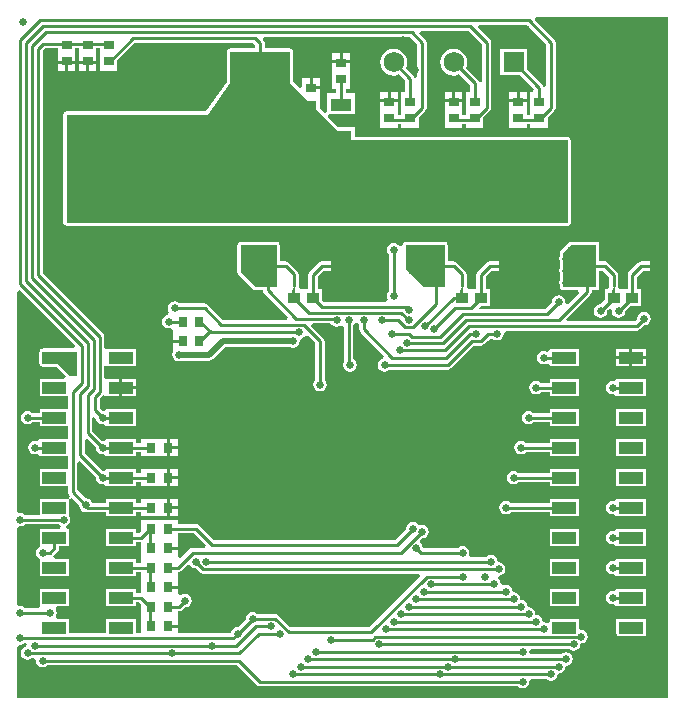
<source format=gbl>
%FSLAX25Y25*%
%MOIN*%
G70*
G01*
G75*
G04 Layer_Physical_Order=2*
G04 Layer_Color=16711680*
%ADD10R,0.02500X0.04200*%
%ADD11R,0.02362X0.05906*%
%ADD12R,0.08500X0.10799*%
%ADD13R,0.07874X0.16142*%
%ADD14R,0.06299X0.12598*%
%ADD15R,0.20472X0.19685*%
%ADD16R,0.03000X0.05000*%
%ADD17R,0.06000X0.05000*%
%ADD18R,0.10000X0.06500*%
%ADD19R,0.04000X0.01500*%
%ADD20R,0.01100X0.05800*%
%ADD21R,0.25197X0.14173*%
%ADD22R,0.03347X0.03150*%
%ADD23R,0.03150X0.03347*%
%ADD24R,0.05512X0.04331*%
%ADD25R,0.04331X0.10236*%
%ADD26R,0.10236X0.04331*%
%ADD27C,0.01000*%
%ADD28C,0.02000*%
%ADD29C,0.10000*%
%ADD30C,0.06890*%
%ADD31R,0.06890X0.06890*%
%ADD32C,0.02500*%
%ADD33R,0.01000X0.01000*%
%ADD34R,0.07874X0.03937*%
%ADD35R,0.05906X0.13780*%
%ADD36R,0.03937X0.03740*%
%ADD37R,0.01000X0.01000*%
%ADD38R,0.06890X0.04331*%
G36*
X64384Y52453D02*
X64001Y51529D01*
X60000D01*
X59415Y51413D01*
X58919Y51081D01*
X56042Y48205D01*
X55118Y48588D01*
Y48630D01*
X55118D01*
Y51000D01*
X52150D01*
Y52000D01*
X55118D01*
Y54370D01*
D01*
Y54370D01*
X55118Y54370D01*
Y55130D01*
X55118D01*
Y56471D01*
X60366D01*
X64384Y52453D01*
D02*
G37*
G36*
X218471Y1529D02*
X1529D01*
Y18611D01*
X2302Y19245D01*
X2500Y19206D01*
X3378Y19380D01*
X4122Y19878D01*
X4611Y19971D01*
D01*
X4879Y19645D01*
X4542Y18703D01*
X4122Y18620D01*
X3378Y18122D01*
X2881Y17378D01*
X2706Y16500D01*
X2881Y15622D01*
X3378Y14878D01*
X4122Y14380D01*
X5000Y14206D01*
X5878Y14380D01*
X6622Y14878D01*
X7111Y14971D01*
D01*
X7745Y14198D01*
X7706Y14000D01*
X7880Y13122D01*
X8378Y12378D01*
X9122Y11880D01*
X10000Y11706D01*
X10878Y11880D01*
X11622Y12378D01*
X11684Y12471D01*
X74866D01*
X81419Y5919D01*
X81915Y5587D01*
X82012Y5568D01*
X82500Y5471D01*
X168316D01*
X168378Y5378D01*
X169122Y4881D01*
X170000Y4706D01*
X170878Y4881D01*
X171622Y5378D01*
X172119Y6122D01*
X172294Y7000D01*
X172255Y7198D01*
X172889Y7971D01*
X177816D01*
X177878Y7878D01*
X178622Y7380D01*
X179500Y7206D01*
X180378Y7380D01*
X181122Y7878D01*
X181620Y8622D01*
X181794Y9500D01*
X182000Y9706D01*
X182878Y9881D01*
X183622Y10378D01*
X184119Y11122D01*
X184294Y12000D01*
X184500Y12206D01*
X185378Y12381D01*
X186122Y12878D01*
X186619Y13622D01*
X186794Y14500D01*
X186619Y15378D01*
X186122Y16122D01*
X185378Y16620D01*
X184500Y16794D01*
X183622Y16620D01*
X182878Y16122D01*
X182816Y16029D01*
X172889D01*
X172255Y16802D01*
X172294Y17000D01*
X172255Y17198D01*
X172889Y17971D01*
X185316D01*
X185378Y17878D01*
X186122Y17380D01*
X187000Y17206D01*
X187878Y17380D01*
X188622Y17878D01*
X189120Y18622D01*
X189294Y19500D01*
X189500Y19706D01*
X190378Y19881D01*
X191122Y20378D01*
X191620Y21122D01*
X191794Y22000D01*
X191620Y22878D01*
X191122Y23622D01*
X190378Y24119D01*
X189500Y24294D01*
X188887Y24797D01*
Y27968D01*
X179013D01*
Y26922D01*
X178131Y26450D01*
X177878Y26619D01*
X177000Y26794D01*
X176794Y27000D01*
X176620Y27878D01*
X176122Y28622D01*
X175378Y29120D01*
X174500Y29294D01*
X174294Y29500D01*
X174119Y30378D01*
X173622Y31122D01*
X172878Y31620D01*
X172000Y31794D01*
X171794Y32000D01*
X171619Y32878D01*
X171122Y33622D01*
X170378Y34119D01*
X169500Y34294D01*
X169294Y34500D01*
X169120Y35378D01*
X168622Y36122D01*
X167878Y36619D01*
X167000Y36794D01*
X166794Y37000D01*
X166620Y37878D01*
X166122Y38622D01*
X165378Y39119D01*
X164500Y39294D01*
X163622Y39119D01*
X163611Y39112D01*
X162794Y39500D01*
Y39500D01*
X162794D01*
D01*
X162619Y40378D01*
X162122Y41122D01*
X161931Y41250D01*
X162126Y42231D01*
X162878Y42380D01*
X163622Y42878D01*
X164120Y43622D01*
X164294Y44500D01*
X164120Y45378D01*
X163622Y46122D01*
X162878Y46619D01*
X162000Y46794D01*
X161794Y47000D01*
X161619Y47878D01*
X161122Y48622D01*
X160378Y49119D01*
X159500Y49294D01*
X158622Y49119D01*
X157878Y48622D01*
X157816Y48529D01*
X152790D01*
X152155Y49302D01*
X152294Y50000D01*
X152120Y50878D01*
X151622Y51622D01*
X150878Y52119D01*
X150000Y52294D01*
X149122Y52119D01*
X148378Y51622D01*
X148316Y51529D01*
X136788D01*
X136619Y52378D01*
X136122Y53122D01*
X135976Y53220D01*
X135878Y54215D01*
D01*
X136500Y54706D01*
X137378Y54881D01*
X138122Y55378D01*
X138619Y56122D01*
X138794Y57000D01*
X138619Y57878D01*
X138122Y58622D01*
X137378Y59119D01*
X136500Y59294D01*
X135622Y59119D01*
X135622Y59119D01*
X135622Y59119D01*
X135433Y59157D01*
X135122Y59622D01*
X134378Y60119D01*
X133500Y60294D01*
X132622Y60119D01*
X131878Y59622D01*
X131380Y58878D01*
X131206Y58000D01*
X131228Y57891D01*
X127366Y54029D01*
X67133D01*
X62081Y59081D01*
X61585Y59413D01*
X61000Y59529D01*
X55118D01*
Y60870D01*
X49526D01*
Y60870D01*
X49526Y60870D01*
X49181Y60870D01*
X49000D01*
X48819D01*
X48474Y60870D01*
X48474Y60870D01*
Y60870D01*
X42882D01*
Y57194D01*
X42217Y56529D01*
X40987D01*
Y57968D01*
X31113D01*
Y52031D01*
X40987D01*
Y53471D01*
X42850D01*
X42882Y53445D01*
Y48630D01*
X42882Y48630D01*
X42882Y47870D01*
X42882D01*
Y46529D01*
X40987D01*
Y47969D01*
X31113D01*
Y42031D01*
X40987D01*
Y43471D01*
X42882D01*
Y42130D01*
X42882Y42130D01*
X42882Y41370D01*
X42882D01*
Y36555D01*
X42850Y36529D01*
X40987D01*
Y37969D01*
X31113D01*
Y32032D01*
X40987D01*
Y33471D01*
X42217D01*
X42882Y32806D01*
Y29130D01*
X42882Y29130D01*
X42882Y28370D01*
X42882D01*
Y23029D01*
X40987D01*
Y27968D01*
X31113D01*
Y23029D01*
X18887D01*
Y27968D01*
X14909D01*
X14438Y28850D01*
X14619Y29122D01*
X14794Y30000D01*
X14619Y30878D01*
X14438Y31150D01*
X14909Y32032D01*
X18887D01*
Y37969D01*
X9013D01*
Y32032D01*
D01*
Y32032D01*
X8511Y31529D01*
X4184D01*
X4122Y31622D01*
X3378Y32120D01*
X2500Y32294D01*
X2302Y32255D01*
X1529Y32889D01*
Y58111D01*
X2302Y58745D01*
X2500Y58706D01*
X3378Y58881D01*
X4122Y59378D01*
X4184Y59471D01*
X15316D01*
X15378Y59378D01*
X16055Y58925D01*
X15765Y57968D01*
X9013D01*
Y52047D01*
X8378Y51622D01*
X7880Y50878D01*
X7706Y50000D01*
X7880Y49122D01*
X8378Y48378D01*
X9013Y47953D01*
Y42031D01*
X18887D01*
Y47969D01*
X14216D01*
X13581Y48919D01*
X15031Y50369D01*
X15363Y50865D01*
X15479Y51450D01*
Y52031D01*
X18887D01*
Y57968D01*
X18235D01*
X17945Y58925D01*
X18622Y59378D01*
X19119Y60122D01*
X19294Y61000D01*
X19119Y61878D01*
X18887Y62226D01*
Y67944D01*
X19811Y68326D01*
X22228Y65909D01*
X22206Y65800D01*
X22380Y64922D01*
X22878Y64178D01*
X23622Y63681D01*
X24500Y63506D01*
X24811Y63568D01*
X25300Y63471D01*
X31113D01*
Y62032D01*
X40987D01*
Y63471D01*
X42882D01*
Y62130D01*
X48474D01*
Y62130D01*
X48474Y62130D01*
X48819Y62130D01*
X49000D01*
X49181D01*
X49526Y62130D01*
X49526Y62130D01*
Y62130D01*
X51650D01*
Y65000D01*
Y67870D01*
X49526D01*
Y67870D01*
X49526Y67870D01*
X49181Y67870D01*
X49000D01*
X48819D01*
X48474Y67870D01*
X48474Y67870D01*
Y67870D01*
X42882D01*
Y66529D01*
X40987D01*
Y67968D01*
X31113D01*
Y66529D01*
X26649D01*
X26619Y66678D01*
X26122Y67422D01*
X25378Y67919D01*
X24500Y68094D01*
X24391Y68072D01*
X21529Y70934D01*
Y80001D01*
X22453Y80384D01*
X27728Y75109D01*
X27706Y75000D01*
X27880Y74122D01*
X28378Y73378D01*
X29122Y72881D01*
X30000Y72706D01*
X30340Y72774D01*
X31113Y72139D01*
Y72031D01*
X40987D01*
Y73471D01*
X42882D01*
Y72130D01*
X48474D01*
Y72130D01*
X48474Y72130D01*
X48819Y72130D01*
X49000D01*
X49181D01*
X49526Y72130D01*
X49526Y72130D01*
Y72130D01*
X51650D01*
Y75000D01*
Y77870D01*
X49526D01*
Y77870D01*
X49526Y77870D01*
X49181Y77870D01*
X49000D01*
X48819D01*
X48474Y77870D01*
X48474Y77870D01*
Y77870D01*
X42882D01*
Y76529D01*
X40987D01*
Y77969D01*
X31113D01*
Y77861D01*
X30340Y77226D01*
X30000Y77294D01*
X29891Y77272D01*
X24029Y83134D01*
Y87501D01*
X24953Y87884D01*
X27728Y85109D01*
X27706Y85000D01*
X27880Y84122D01*
X28378Y83378D01*
X29122Y82881D01*
X30000Y82706D01*
X30340Y82774D01*
X31113Y82139D01*
Y82032D01*
X40987D01*
Y83471D01*
X42882D01*
Y82130D01*
X48474D01*
Y82130D01*
X48474Y82130D01*
X48819Y82130D01*
X49000D01*
X49181D01*
X49526Y82130D01*
X49526Y82130D01*
Y82130D01*
X51650D01*
Y85000D01*
Y87870D01*
X49526D01*
Y87870D01*
X49526Y87870D01*
X49181Y87870D01*
X49000D01*
X48819D01*
X48474Y87870D01*
X48474Y87870D01*
Y87870D01*
X42882D01*
Y86529D01*
X40987D01*
Y87968D01*
X31113D01*
Y87861D01*
X30340Y87226D01*
X30000Y87294D01*
X29891Y87272D01*
X26529Y90633D01*
Y95001D01*
X26888Y95150D01*
X27770Y94678D01*
X27880Y94122D01*
X28378Y93378D01*
X29122Y92881D01*
X30000Y92706D01*
X30340Y92774D01*
X31113Y92139D01*
Y92032D01*
X40987D01*
Y97969D01*
X31113D01*
Y97861D01*
X30340Y97226D01*
X30000Y97294D01*
X29891Y97272D01*
X29029Y98133D01*
Y101366D01*
X30081Y102419D01*
X30156Y102530D01*
X31113Y102240D01*
Y102032D01*
X35550D01*
Y105000D01*
Y107968D01*
X31236D01*
Y107968D01*
X31236Y107968D01*
X31113Y107968D01*
X30529Y108552D01*
Y112031D01*
X30529D01*
X31113D01*
X31236Y112031D01*
X31236Y112031D01*
Y112031D01*
X40987D01*
Y117968D01*
X31236D01*
Y117968D01*
X31236Y117968D01*
X31113Y117968D01*
X30529Y118552D01*
Y122000D01*
X30413Y122585D01*
X30081Y123081D01*
X10029Y143133D01*
Y217367D01*
X10783Y218120D01*
X15130D01*
Y217026D01*
X15130D01*
X15130Y217026D01*
X15130Y216681D01*
Y216500D01*
Y216319D01*
X15130Y215974D01*
X15130Y215974D01*
X15130D01*
Y213850D01*
X20870D01*
Y215974D01*
X20870D01*
X20870Y215974D01*
X20870Y216319D01*
Y216500D01*
Y216681D01*
X20870Y217026D01*
X20870Y217026D01*
X20870D01*
Y218120D01*
X22130D01*
Y217026D01*
X22130D01*
X22130Y217026D01*
X22130Y216681D01*
Y216500D01*
Y216319D01*
X22130Y215974D01*
X22130Y215974D01*
X22130D01*
Y213850D01*
X27870D01*
Y215974D01*
X27870D01*
X27870Y215974D01*
X27870Y216319D01*
Y216500D01*
Y216681D01*
X27870Y217026D01*
X27870Y217026D01*
X27870D01*
Y218120D01*
X29130D01*
Y216681D01*
X29130Y216681D01*
X29130Y216319D01*
X29130D01*
Y210382D01*
X34870D01*
Y214058D01*
X40783Y219971D01*
X80266D01*
X80971Y219267D01*
Y218020D01*
X72500D01*
X72110Y217942D01*
X71779Y217721D01*
X71558Y217390D01*
X71480Y217000D01*
Y206827D01*
X64475Y197020D01*
X18000D01*
X17610Y196942D01*
X17279Y196721D01*
X17058Y196390D01*
X16980Y196000D01*
Y160000D01*
X17058Y159610D01*
X17279Y159279D01*
X17610Y159058D01*
X18000Y158980D01*
X185000D01*
X185390Y159058D01*
X185721Y159279D01*
X185942Y159610D01*
X186020Y160000D01*
Y187500D01*
X185942Y187890D01*
X185721Y188221D01*
X185390Y188442D01*
X185000Y188520D01*
X114142D01*
Y191850D01*
X108591D01*
X105216Y195226D01*
X105599Y196150D01*
X114142D01*
Y203268D01*
X111029D01*
Y204382D01*
X112370D01*
Y209974D01*
X112370D01*
X112370Y209974D01*
X112370Y210319D01*
Y210500D01*
Y210681D01*
X112370Y211026D01*
X112370Y211026D01*
X112370D01*
Y213150D01*
X106630D01*
Y211026D01*
X106630D01*
X106630Y211026D01*
X106630Y210681D01*
Y210500D01*
Y210319D01*
X106630Y209974D01*
X106630Y209974D01*
X106630D01*
Y204382D01*
X107971D01*
Y203268D01*
X104858D01*
Y196890D01*
X103934Y196508D01*
X102370Y198072D01*
Y201819D01*
D01*
Y201819D01*
X102370Y201819D01*
Y202181D01*
X102370D01*
Y204650D01*
X99500D01*
Y205150D01*
X99000D01*
Y208118D01*
X96630D01*
Y205119D01*
X95706Y204736D01*
X93520Y206922D01*
Y217000D01*
X93442Y217390D01*
X93221Y217721D01*
X92890Y217942D01*
X92500Y218020D01*
X84029D01*
Y219900D01*
X83913Y220485D01*
X83581Y220981D01*
X83516Y221047D01*
X83899Y221971D01*
X132367D01*
X134971Y219367D01*
Y208389D01*
X133975Y208291D01*
X133913Y208605D01*
X133581Y209101D01*
X131055Y211627D01*
X131350Y212340D01*
X131503Y213500D01*
X131350Y214660D01*
X130902Y215742D01*
X130190Y216670D01*
X129261Y217383D01*
X128180Y217830D01*
X127020Y217983D01*
X125859Y217830D01*
X124778Y217383D01*
X123849Y216670D01*
X123137Y215742D01*
X122689Y214660D01*
X122536Y213500D01*
X122689Y212340D01*
X123137Y211258D01*
X123849Y210330D01*
X124778Y209617D01*
X125859Y209170D01*
X127020Y209017D01*
X128180Y209170D01*
X128892Y209465D01*
X130971Y207386D01*
Y203618D01*
X129630D01*
Y197681D01*
X129630Y197681D01*
X129630Y197319D01*
X129630D01*
Y195880D01*
X128370D01*
Y196974D01*
X128370D01*
X128370Y196974D01*
X128370Y197319D01*
Y197500D01*
Y197681D01*
X128370Y198026D01*
X128370Y198026D01*
X128370D01*
Y200150D01*
X122630D01*
Y198026D01*
X122630D01*
X122630Y198026D01*
X122630Y197681D01*
Y197500D01*
Y197319D01*
X122630Y196974D01*
X122630Y196974D01*
X122630D01*
Y191382D01*
X128370D01*
Y192821D01*
X129630D01*
Y191382D01*
X135370D01*
Y195058D01*
X137581Y197269D01*
X137913Y197765D01*
X137932Y197862D01*
X138029Y198350D01*
Y220000D01*
X137913Y220585D01*
X137581Y221081D01*
X135616Y223047D01*
X135999Y223971D01*
X151866D01*
X156471Y219367D01*
Y206889D01*
X155475Y206791D01*
X155413Y207105D01*
X155081Y207601D01*
X151055Y211627D01*
X151350Y212340D01*
X151503Y213500D01*
X151350Y214660D01*
X150902Y215742D01*
X150190Y216670D01*
X149261Y217383D01*
X148180Y217830D01*
X147020Y217983D01*
X145859Y217830D01*
X144778Y217383D01*
X143849Y216670D01*
X143137Y215742D01*
X142689Y214660D01*
X142536Y213500D01*
X142689Y212340D01*
X143137Y211258D01*
X143849Y210330D01*
X144778Y209617D01*
X145859Y209170D01*
X147020Y209017D01*
X148180Y209170D01*
X148892Y209465D01*
X152471Y205886D01*
Y203618D01*
X151130D01*
Y197681D01*
X151130Y197681D01*
X151130Y197319D01*
X151130D01*
Y195880D01*
X149870D01*
Y196974D01*
X149870D01*
X149870Y196974D01*
X149870Y197319D01*
Y197500D01*
Y197681D01*
X149870Y198026D01*
X149870Y198026D01*
X149870D01*
Y200150D01*
X144130D01*
Y198026D01*
X144130D01*
X144130Y198026D01*
X144130Y197681D01*
Y197500D01*
Y197319D01*
X144130Y196974D01*
X144130Y196974D01*
X144130D01*
Y191382D01*
X149870D01*
Y192821D01*
X151130D01*
Y191382D01*
X156870D01*
Y195058D01*
X159081Y197269D01*
X159413Y197765D01*
X159432Y197862D01*
X159529Y198350D01*
Y220000D01*
X159432Y220488D01*
X159413Y220585D01*
X159081Y221081D01*
X155116Y225047D01*
X155499Y225971D01*
X171367D01*
X177971Y219367D01*
Y205389D01*
X176975Y205291D01*
X176913Y205605D01*
X176581Y206101D01*
X171464Y211218D01*
Y217945D01*
X162575D01*
Y209055D01*
X169301D01*
X173815Y204542D01*
X173432Y203618D01*
X172630D01*
Y197681D01*
X172630Y197681D01*
X172630Y197319D01*
X172630D01*
Y195880D01*
X171370D01*
Y196974D01*
X171370D01*
X171370Y196974D01*
X171370Y197319D01*
Y197500D01*
Y197681D01*
X171370Y198026D01*
X171370Y198026D01*
X171370D01*
Y200150D01*
X165630D01*
Y198026D01*
X165630D01*
X165630Y198026D01*
X165630Y197681D01*
Y197500D01*
Y197319D01*
X165630Y196974D01*
X165630Y196974D01*
X165630D01*
Y191382D01*
X171370D01*
Y192821D01*
X172630D01*
Y191382D01*
X178370D01*
Y195058D01*
X180581Y197269D01*
X180913Y197765D01*
X180932Y197862D01*
X181029Y198350D01*
Y220000D01*
X180913Y220585D01*
X180581Y221081D01*
X174116Y227547D01*
X174499Y228471D01*
X218471D01*
Y1529D01*
D02*
G37*
G36*
X92500Y206500D02*
X111500Y187500D01*
X185000D01*
Y160000D01*
X18000D01*
Y196000D01*
X65000D01*
X72500Y206500D01*
Y217000D01*
X92500D01*
Y206500D01*
D02*
G37*
G36*
X20894Y118944D02*
X20511Y118020D01*
X10000D01*
X9743Y117968D01*
X9013D01*
Y117164D01*
X8980Y117000D01*
Y113000D01*
X9013Y112836D01*
Y112031D01*
X9743D01*
X10000Y111980D01*
X14578D01*
X17666Y108892D01*
X17283Y107968D01*
X9013D01*
Y102032D01*
X18471D01*
Y97969D01*
X9013D01*
Y96529D01*
X6684D01*
X6622Y96622D01*
X5878Y97119D01*
X5000Y97294D01*
X4122Y97119D01*
X3378Y96622D01*
X2881Y95878D01*
X2706Y95000D01*
X2881Y94122D01*
X3378Y93378D01*
X4122Y92881D01*
X5000Y92706D01*
X5878Y92881D01*
X6622Y93378D01*
X6684Y93471D01*
X9013D01*
Y92032D01*
X18471D01*
Y87968D01*
X9013D01*
Y87781D01*
X8240Y87147D01*
X7500Y87294D01*
X6622Y87119D01*
X5878Y86622D01*
X5381Y85878D01*
X5206Y85000D01*
X5381Y84122D01*
X5878Y83378D01*
X6622Y82881D01*
X7500Y82706D01*
X8240Y82853D01*
X9013Y82219D01*
Y82032D01*
X18471D01*
Y77969D01*
X9013D01*
Y72031D01*
X18471D01*
Y70300D01*
X18587Y69715D01*
X18919Y69219D01*
X19245Y68892D01*
X18862Y67968D01*
X9013D01*
Y62529D01*
X4184D01*
X4122Y62622D01*
X3378Y63119D01*
X2500Y63294D01*
X2302Y63255D01*
X1529Y63889D01*
Y137001D01*
X2453Y137384D01*
X20894Y118944D01*
D02*
G37*
G36*
X21500Y109000D02*
X19000D01*
X15000Y113000D01*
X10000D01*
Y117000D01*
X21500D01*
Y109000D01*
D02*
G37*
G36*
X59080Y45824D02*
X59378Y45378D01*
X60122Y44881D01*
X61000Y44706D01*
X61109Y44728D01*
X62419Y43419D01*
X62915Y43087D01*
X63012Y43068D01*
X63500Y42971D01*
X135501D01*
X135884Y42047D01*
X118867Y25029D01*
X92633D01*
X88581Y29081D01*
X88085Y29413D01*
X87500Y29529D01*
X81684D01*
X81622Y29622D01*
X80878Y30119D01*
X80000Y30294D01*
X79122Y30119D01*
X78378Y29622D01*
X77881Y28878D01*
X77706Y28000D01*
X77728Y27891D01*
X75109Y25272D01*
X75000Y25294D01*
X74122Y25120D01*
X73378Y24622D01*
X72881Y23878D01*
X72712Y23029D01*
X55118D01*
Y25000D01*
X52150D01*
Y26000D01*
X55118D01*
Y28370D01*
D01*
Y28370D01*
X55118Y28370D01*
Y29130D01*
X55118D01*
Y30471D01*
X55500D01*
X56085Y30587D01*
X56581Y30919D01*
X57391Y31728D01*
X57500Y31706D01*
X58378Y31881D01*
X59122Y32378D01*
X59619Y33122D01*
X59794Y34000D01*
X59619Y34878D01*
X59122Y35622D01*
X58378Y36119D01*
X57500Y36294D01*
X56622Y36119D01*
X56000Y35704D01*
X55118Y36175D01*
Y38000D01*
X52150D01*
Y39000D01*
X55118D01*
Y41370D01*
D01*
Y41370D01*
X55118Y41370D01*
Y42130D01*
X55118D01*
Y43494D01*
X55585Y43587D01*
X56081Y43919D01*
X58085Y45922D01*
X59080Y45824D01*
D02*
G37*
%LPC*%
G36*
X55118Y87870D02*
X52650D01*
Y85500D01*
X55118D01*
Y87870D01*
D02*
G37*
G36*
X188887Y87968D02*
X179013D01*
Y86529D01*
X171184D01*
X171122Y86622D01*
X170378Y87119D01*
X169500Y87294D01*
X168622Y87119D01*
X167878Y86622D01*
X167380Y85878D01*
X167206Y85000D01*
X167380Y84122D01*
X167878Y83378D01*
X168622Y82881D01*
X169500Y82706D01*
X170378Y82881D01*
X171122Y83378D01*
X171184Y83471D01*
X179013D01*
Y82032D01*
X188887D01*
Y87968D01*
D02*
G37*
G36*
X55118Y84500D02*
X52650D01*
Y82130D01*
X55118D01*
Y84500D01*
D02*
G37*
G36*
X210987Y87968D02*
X201113D01*
Y82032D01*
X210987D01*
Y87968D01*
D02*
G37*
G36*
X188887Y77969D02*
X179013D01*
Y76529D01*
X168684D01*
X168622Y76622D01*
X167878Y77119D01*
X167000Y77294D01*
X166122Y77119D01*
X165378Y76622D01*
X164881Y75878D01*
X164706Y75000D01*
X164881Y74122D01*
X165378Y73378D01*
X166122Y72881D01*
X167000Y72706D01*
X167878Y72881D01*
X168622Y73378D01*
X168684Y73471D01*
X179013D01*
Y72031D01*
X188887D01*
Y77969D01*
D02*
G37*
G36*
Y97969D02*
X179013D01*
Y96529D01*
X173684D01*
X173622Y96622D01*
X172878Y97119D01*
X172000Y97294D01*
X171122Y97119D01*
X170378Y96622D01*
X169880Y95878D01*
X169706Y95000D01*
X169880Y94122D01*
X170378Y93378D01*
X171122Y92881D01*
X172000Y92706D01*
X172878Y92881D01*
X173622Y93378D01*
X173684Y93471D01*
X179013D01*
Y92032D01*
X188887D01*
Y97969D01*
D02*
G37*
G36*
X40987Y104500D02*
X36550D01*
Y102032D01*
X40987D01*
Y104500D01*
D02*
G37*
G36*
Y107968D02*
X36550D01*
Y105500D01*
X40987D01*
Y107968D01*
D02*
G37*
G36*
X210987Y97969D02*
X201113D01*
Y92032D01*
X210987D01*
Y97969D01*
D02*
G37*
G36*
Y107968D02*
X201113D01*
Y107861D01*
X200340Y107226D01*
X200000Y107294D01*
X199122Y107120D01*
X198378Y106622D01*
X197880Y105878D01*
X197706Y105000D01*
X197880Y104122D01*
X198378Y103378D01*
X199122Y102881D01*
X200000Y102706D01*
X200340Y102774D01*
X201113Y102139D01*
Y102032D01*
X210987D01*
Y107968D01*
D02*
G37*
G36*
X188887D02*
X179013D01*
Y106529D01*
X176184D01*
X176122Y106622D01*
X175378Y107120D01*
X174500Y107294D01*
X173622Y107120D01*
X172878Y106622D01*
X172380Y105878D01*
X172206Y105000D01*
X172380Y104122D01*
X172878Y103378D01*
X173622Y102881D01*
X174500Y102706D01*
X175378Y102881D01*
X176122Y103378D01*
X176184Y103471D01*
X179013D01*
Y102032D01*
X188887D01*
Y107968D01*
D02*
G37*
G36*
X55118Y77870D02*
X52650D01*
Y75500D01*
X55118D01*
Y77870D01*
D02*
G37*
G36*
X188887Y47969D02*
X179013D01*
Y42031D01*
X188887D01*
Y47969D01*
D02*
G37*
G36*
X210987D02*
X201113D01*
Y47861D01*
X200340Y47226D01*
X200000Y47294D01*
X199122Y47120D01*
X198378Y46622D01*
X197880Y45878D01*
X197706Y45000D01*
X197880Y44122D01*
X198378Y43378D01*
X199122Y42880D01*
X200000Y42706D01*
X200340Y42774D01*
X201113Y42139D01*
Y42031D01*
X210987D01*
Y47969D01*
D02*
G37*
G36*
X188887Y57968D02*
X179013D01*
Y52031D01*
X188887D01*
Y57968D01*
D02*
G37*
G36*
X210987Y27968D02*
X201113D01*
Y22031D01*
X210987D01*
Y27968D01*
D02*
G37*
G36*
X188887Y37969D02*
X179013D01*
Y32032D01*
X188887D01*
Y37969D01*
D02*
G37*
G36*
X210987D02*
X201113D01*
Y37861D01*
X200340Y37226D01*
X200000Y37294D01*
X199122Y37119D01*
X198378Y36622D01*
X197880Y35878D01*
X197706Y35000D01*
X197880Y34122D01*
X198378Y33378D01*
X199122Y32880D01*
X200000Y32706D01*
X200340Y32774D01*
X201113Y32139D01*
Y32032D01*
X210987D01*
Y37969D01*
D02*
G37*
G36*
Y57968D02*
X201113D01*
Y57861D01*
X200340Y57226D01*
X200000Y57294D01*
X199122Y57119D01*
X198378Y56622D01*
X197880Y55878D01*
X197706Y55000D01*
X197880Y54122D01*
X198378Y53378D01*
X199122Y52881D01*
X200000Y52706D01*
X200340Y52774D01*
X201113Y52139D01*
Y52031D01*
X210987D01*
Y57968D01*
D02*
G37*
G36*
Y67968D02*
X201113D01*
Y67861D01*
X200340Y67226D01*
X200000Y67294D01*
X199122Y67119D01*
X198378Y66622D01*
X197880Y65878D01*
X197706Y65000D01*
X197880Y64122D01*
X198378Y63378D01*
X199122Y62881D01*
X200000Y62706D01*
X200340Y62774D01*
X201113Y62139D01*
Y62032D01*
X210987D01*
Y67968D01*
D02*
G37*
G36*
Y77969D02*
X201113D01*
Y72031D01*
X210987D01*
Y77969D01*
D02*
G37*
G36*
X55118Y74500D02*
X52650D01*
Y72130D01*
X55118D01*
Y74500D01*
D02*
G37*
G36*
Y64500D02*
X52650D01*
Y62130D01*
X55118D01*
Y64500D01*
D02*
G37*
G36*
Y67870D02*
X52650D01*
Y65500D01*
X55118D01*
Y67870D01*
D02*
G37*
G36*
X188887Y67968D02*
X179013D01*
Y66529D01*
X166184D01*
X166122Y66622D01*
X165378Y67119D01*
X164500Y67294D01*
X163622Y67119D01*
X162878Y66622D01*
X162381Y65878D01*
X162206Y65000D01*
X162381Y64122D01*
X162878Y63378D01*
X163622Y62881D01*
X164500Y62706D01*
X165378Y62881D01*
X166122Y63378D01*
X166184Y63471D01*
X179013D01*
Y62032D01*
X188887D01*
Y67968D01*
D02*
G37*
G36*
X102370Y208118D02*
X100000D01*
Y205650D01*
X102370D01*
Y208118D01*
D02*
G37*
G36*
X171370Y203618D02*
X169000D01*
Y201150D01*
X171370D01*
Y203618D01*
D02*
G37*
G36*
X24500Y212850D02*
X22130D01*
Y210382D01*
X24500D01*
Y212850D01*
D02*
G37*
G36*
X194500Y153520D02*
X186000D01*
X185610Y153442D01*
X185279Y153221D01*
X185191Y153133D01*
X185122Y153120D01*
X184378Y152622D01*
X183880Y151878D01*
X183867Y151809D01*
X182779Y150721D01*
X182558Y150390D01*
X182480Y150000D01*
Y149027D01*
X182380Y148878D01*
X182206Y148000D01*
X182380Y147122D01*
X182480Y146973D01*
Y145027D01*
X182380Y144878D01*
X182206Y144000D01*
X182380Y143122D01*
X182480Y142973D01*
Y141027D01*
X182380Y140878D01*
X182206Y140000D01*
X182380Y139122D01*
X182480Y138973D01*
Y138500D01*
X182558Y138110D01*
X182779Y137779D01*
X183110Y137558D01*
X183500Y137480D01*
X188511D01*
X188894Y136556D01*
X185129Y132792D01*
X184247Y133263D01*
X184294Y133500D01*
X184119Y134378D01*
X183622Y135122D01*
X182878Y135619D01*
X182000Y135794D01*
X181122Y135619D01*
X180378Y135122D01*
X179880Y134378D01*
X179706Y133500D01*
X179728Y133391D01*
X177366Y131029D01*
X155648D01*
X155537Y131298D01*
X156093Y132130D01*
X159118D01*
Y137870D01*
X157679D01*
Y142016D01*
X159634Y143971D01*
X160500D01*
X160648Y144000D01*
X160801D01*
X160900Y143980D01*
X162100D01*
X162490Y144058D01*
X162821Y144279D01*
X163042Y144610D01*
X163120Y145000D01*
Y146000D01*
X163042Y146390D01*
X162821Y146721D01*
X162490Y146942D01*
X162100Y147020D01*
X160900D01*
X160801Y147000D01*
X160648D01*
X160500Y147029D01*
X159000D01*
X158512Y146932D01*
X158415Y146913D01*
X157919Y146581D01*
X155068Y143731D01*
X154737Y143235D01*
X154620Y142650D01*
Y137870D01*
X153181D01*
D01*
D01*
X153181Y137870D01*
X152819D01*
Y137870D01*
X151953D01*
X151318Y138643D01*
X151329Y138700D01*
Y142700D01*
X151213Y143285D01*
X150881Y143781D01*
X148081Y146581D01*
X147585Y146913D01*
X147000Y147029D01*
X145020D01*
Y152500D01*
X144945Y152876D01*
Y153390D01*
X144468D01*
X144390Y153442D01*
X144000Y153520D01*
X131000D01*
X130610Y153442D01*
X130279Y153221D01*
X130058Y152890D01*
X129980Y152500D01*
Y152312D01*
X129024Y152022D01*
X128622Y152622D01*
X127878Y153120D01*
X127000Y153294D01*
X126122Y153120D01*
X125378Y152622D01*
X124881Y151878D01*
X124706Y151000D01*
X124881Y150122D01*
X125378Y149378D01*
X125471Y149316D01*
Y137184D01*
X125378Y137122D01*
X124881Y136378D01*
X124706Y135500D01*
X124881Y134622D01*
X125021Y134411D01*
X124550Y133529D01*
X103783D01*
X103118Y134194D01*
Y137870D01*
X101679D01*
Y142016D01*
X103633Y143971D01*
X104500D01*
X104648Y144000D01*
X104801D01*
X104900Y143980D01*
X106100D01*
X106490Y144058D01*
X106821Y144279D01*
X107042Y144610D01*
X107120Y145000D01*
Y146000D01*
X107042Y146390D01*
X106821Y146721D01*
X106490Y146942D01*
X106100Y147020D01*
X104900D01*
X104801Y147000D01*
X104648D01*
X104500Y147029D01*
X103000D01*
X102512Y146932D01*
X102415Y146913D01*
X101919Y146581D01*
X99068Y143731D01*
X98737Y143235D01*
X98620Y142650D01*
Y137870D01*
X97181D01*
D01*
D01*
X97181Y137870D01*
X96819D01*
Y137870D01*
X95952D01*
X95318Y138643D01*
X95329Y138700D01*
Y142700D01*
X95213Y143285D01*
X94881Y143781D01*
X92081Y146581D01*
X91585Y146913D01*
X91000Y147029D01*
X89020D01*
Y152500D01*
X88945Y152876D01*
Y153390D01*
X88468D01*
X88390Y153442D01*
X88000Y153520D01*
X76000D01*
X75610Y153442D01*
X75279Y153221D01*
X75058Y152890D01*
X74980Y152500D01*
Y143500D01*
X75058Y143110D01*
X75279Y142779D01*
X80279Y137779D01*
X80610Y137558D01*
X81000Y137480D01*
X83468D01*
X83579Y136923D01*
X83911Y136426D01*
X91884Y128453D01*
X91501Y127529D01*
X70134D01*
X65081Y132581D01*
X64585Y132913D01*
X64000Y133029D01*
X55684D01*
X55622Y133122D01*
X54878Y133619D01*
X54000Y133794D01*
X53122Y133619D01*
X52378Y133122D01*
X51881Y132378D01*
X51706Y131500D01*
X51881Y130622D01*
X52178Y130177D01*
X51795Y129253D01*
X51122Y129120D01*
X50378Y128622D01*
X49880Y127878D01*
X49706Y127000D01*
X49880Y126122D01*
X50378Y125378D01*
X51122Y124881D01*
X52000Y124706D01*
X52609Y124827D01*
X53382Y124193D01*
Y124130D01*
X53382Y124130D01*
X53382Y123370D01*
X53382D01*
Y121000D01*
X56350D01*
Y120000D01*
X53382D01*
Y117630D01*
X53382D01*
X53382Y116880D01*
X53381Y116878D01*
X53206Y116000D01*
X53381Y115122D01*
X53878Y114378D01*
X54622Y113881D01*
X55500Y113706D01*
X56378Y113881D01*
X56498Y113961D01*
X65500D01*
X66280Y114116D01*
X66942Y114558D01*
X66942Y114558D01*
X66942Y114558D01*
X70845Y118461D01*
X92502D01*
X92622Y118380D01*
X93500Y118206D01*
X94378Y118380D01*
X95122Y118878D01*
X95619Y119622D01*
X95794Y120500D01*
X95786Y120542D01*
X96341Y121373D01*
X96378Y121380D01*
X97122Y121878D01*
X97420Y122324D01*
X98415Y122422D01*
X100971Y119867D01*
Y107684D01*
X100878Y107622D01*
X100381Y106878D01*
X100206Y106000D01*
X100381Y105122D01*
X100878Y104378D01*
X101622Y103881D01*
X102500Y103706D01*
X103378Y103881D01*
X104122Y104378D01*
X104620Y105122D01*
X104794Y106000D01*
X104620Y106878D01*
X104122Y107622D01*
X104029Y107684D01*
Y120500D01*
X103932Y120988D01*
X103913Y121085D01*
X103581Y121581D01*
X99616Y125547D01*
X99999Y126471D01*
X105982D01*
X106378Y125878D01*
X107122Y125381D01*
X108000Y125206D01*
X108878Y125381D01*
X109589Y125856D01*
X109923Y125677D01*
X110471Y125311D01*
Y113513D01*
X110380Y113378D01*
X110206Y112500D01*
X110380Y111622D01*
X110878Y110878D01*
X111622Y110380D01*
X112500Y110206D01*
X113378Y110380D01*
X114122Y110878D01*
X114620Y111622D01*
X114794Y112500D01*
X114620Y113378D01*
X114122Y114122D01*
X113529Y114518D01*
Y125816D01*
X113622Y125878D01*
X114059Y126532D01*
X115059D01*
X115497Y125878D01*
X115590Y125816D01*
Y124381D01*
X115590Y124381D01*
X115590D01*
X115706Y123796D01*
X116038Y123300D01*
X123703Y115634D01*
X123413Y114677D01*
X123122Y114620D01*
X122378Y114122D01*
X121880Y113378D01*
X121706Y112500D01*
X121880Y111622D01*
X122378Y110878D01*
X123122Y110380D01*
X124000Y110206D01*
X124878Y110380D01*
X125622Y110878D01*
X125684Y110971D01*
X145000D01*
X145585Y111087D01*
X146081Y111419D01*
X146081Y111419D01*
X146081Y111419D01*
X153633Y118971D01*
X156000D01*
X156585Y119087D01*
X157081Y119419D01*
X157355Y119692D01*
X159878Y121378D01*
X160622Y120880D01*
X161500Y120706D01*
X162378Y120880D01*
X163122Y121378D01*
X163619Y122122D01*
X163794Y123000D01*
X163755Y123198D01*
X164389Y123971D01*
X208000D01*
X208585Y124087D01*
X209081Y124419D01*
X209081Y124419D01*
X209081Y124419D01*
X210391Y125728D01*
X210500Y125706D01*
X211378Y125881D01*
X212122Y126378D01*
X212619Y127122D01*
X212794Y128000D01*
X212619Y128878D01*
X212122Y129622D01*
X211378Y130120D01*
X210500Y130294D01*
X209622Y130120D01*
X208878Y129622D01*
X208381Y128878D01*
X208206Y128000D01*
X208228Y127891D01*
X207366Y127029D01*
X184999D01*
X184616Y127953D01*
X192574Y135911D01*
X192905Y136407D01*
X192924Y136504D01*
X193022Y136992D01*
Y137480D01*
X194500D01*
X194890Y137558D01*
X194968Y137610D01*
X195445D01*
Y138124D01*
X195520Y138500D01*
Y143971D01*
X196867D01*
X198871Y141966D01*
Y138700D01*
X198882Y138643D01*
X198248Y137870D01*
X197382D01*
Y134194D01*
X195977Y132790D01*
X195122Y132620D01*
X194378Y132122D01*
X193880Y131378D01*
X193706Y130500D01*
X193880Y129622D01*
X194378Y128878D01*
X195122Y128381D01*
X196000Y128206D01*
X196878Y128381D01*
X197622Y128878D01*
X198119Y129622D01*
X198294Y130500D01*
X198250Y130722D01*
X199053Y131317D01*
X199790Y130924D01*
X199706Y130500D01*
X199881Y129622D01*
X200378Y128878D01*
X201122Y128381D01*
X202000Y128206D01*
X202878Y128381D01*
X203622Y128878D01*
X204119Y129622D01*
X204290Y130477D01*
X205942Y132130D01*
X209618D01*
Y137870D01*
X208179D01*
Y142016D01*
X210134Y143971D01*
X211000D01*
X211148Y144000D01*
X211301D01*
X211400Y143980D01*
X212600D01*
X212990Y144058D01*
X213321Y144279D01*
X213542Y144610D01*
X213620Y145000D01*
Y146000D01*
X213542Y146390D01*
X213321Y146721D01*
X212990Y146942D01*
X212600Y147020D01*
X211400D01*
X211301Y147000D01*
X211148D01*
X211000Y147029D01*
X209500D01*
X209012Y146932D01*
X208915Y146913D01*
X208419Y146581D01*
X205568Y143731D01*
X205237Y143235D01*
X205120Y142650D01*
Y137870D01*
X203681D01*
D01*
D01*
X203681Y137870D01*
X203319D01*
Y137870D01*
X202553D01*
X201918Y138643D01*
X201929Y138700D01*
Y142600D01*
X201813Y143185D01*
X201481Y143681D01*
X198581Y146581D01*
X198085Y146913D01*
X197500Y147029D01*
X195520D01*
Y152500D01*
X195445Y152876D01*
Y153390D01*
X194968D01*
X194890Y153442D01*
X194500Y153520D01*
D02*
G37*
G36*
X168000Y203618D02*
X165630D01*
Y201150D01*
X168000D01*
Y203618D01*
D02*
G37*
G36*
X146500D02*
X144130D01*
Y201150D01*
X146500D01*
Y203618D01*
D02*
G37*
G36*
X149870D02*
X147500D01*
Y201150D01*
X149870D01*
Y203618D01*
D02*
G37*
G36*
X125000D02*
X122630D01*
Y201150D01*
X125000D01*
Y203618D01*
D02*
G37*
G36*
X128370D02*
X126000D01*
Y201150D01*
X128370D01*
Y203618D01*
D02*
G37*
G36*
X27870Y212850D02*
X25500D01*
Y210382D01*
X27870D01*
Y212850D01*
D02*
G37*
G36*
X205550Y117968D02*
X201113D01*
Y115500D01*
X205550D01*
Y117968D01*
D02*
G37*
G36*
X210987D02*
X206550D01*
Y115500D01*
X210987D01*
Y117968D01*
D02*
G37*
G36*
X205550Y114500D02*
X201113D01*
Y112031D01*
X205550D01*
Y114500D01*
D02*
G37*
G36*
X210987D02*
X206550D01*
Y112031D01*
X210987D01*
Y114500D01*
D02*
G37*
G36*
X188887Y117968D02*
X179013D01*
Y117422D01*
X178131Y116950D01*
X177878Y117120D01*
X177000Y117294D01*
X176122Y117120D01*
X175378Y116622D01*
X174881Y115878D01*
X174706Y115000D01*
X174881Y114122D01*
X175378Y113378D01*
X176122Y112881D01*
X177000Y112706D01*
X177878Y112881D01*
X178131Y113050D01*
X179013Y112578D01*
Y112031D01*
X188887D01*
Y117968D01*
D02*
G37*
G36*
X20870Y212850D02*
X18500D01*
Y210382D01*
X20870D01*
Y212850D01*
D02*
G37*
G36*
X17500D02*
X15130D01*
Y210382D01*
X17500D01*
Y212850D01*
D02*
G37*
G36*
X112370Y216618D02*
X110000D01*
Y214150D01*
X112370D01*
Y216618D01*
D02*
G37*
G36*
X109000D02*
X106630D01*
Y214150D01*
X109000D01*
Y216618D01*
D02*
G37*
%LPD*%
G36*
X200900Y136400D02*
X199900D01*
Y137600D01*
X200900D01*
Y136400D01*
D02*
G37*
G36*
X88000Y138500D02*
X81000D01*
X76000Y143500D01*
Y152500D01*
X88000D01*
Y138500D01*
D02*
G37*
G36*
X94300Y136400D02*
X93300D01*
Y137600D01*
X94300D01*
Y136400D01*
D02*
G37*
G36*
X150300D02*
X149300D01*
Y137600D01*
X150300D01*
Y136400D01*
D02*
G37*
G36*
X144000Y138500D02*
X137000D01*
X131000Y144500D01*
Y152500D01*
X144000D01*
Y138500D01*
D02*
G37*
G36*
X162100Y145000D02*
X160900D01*
Y146000D01*
X162100D01*
Y145000D01*
D02*
G37*
G36*
X212600D02*
X211400D01*
Y146000D01*
X212600D01*
Y145000D01*
D02*
G37*
G36*
X194500Y138500D02*
X183500D01*
Y150000D01*
X186000Y152500D01*
X194500D01*
Y138500D01*
D02*
G37*
G36*
X106100Y145000D02*
X104900D01*
Y146000D01*
X106100D01*
Y145000D01*
D02*
G37*
D22*
X99500Y199244D02*
D03*
Y204756D02*
D03*
X18000Y219256D02*
D03*
Y213744D02*
D03*
X109500Y207744D02*
D03*
Y213256D02*
D03*
X32000Y219256D02*
D03*
Y213744D02*
D03*
X25000Y213744D02*
D03*
Y219256D02*
D03*
X132500Y200256D02*
D03*
Y194744D02*
D03*
X125500Y200256D02*
D03*
Y194744D02*
D03*
X154000Y200256D02*
D03*
Y194744D02*
D03*
X147000Y200256D02*
D03*
Y194744D02*
D03*
X175500Y200256D02*
D03*
Y194744D02*
D03*
X168500Y200256D02*
D03*
Y194744D02*
D03*
D23*
X62256Y120500D02*
D03*
X56744D02*
D03*
X62256Y127000D02*
D03*
X56744D02*
D03*
X46244Y25500D02*
D03*
X51756D02*
D03*
X46244Y38500D02*
D03*
X51756D02*
D03*
X46244Y51500D02*
D03*
X51756D02*
D03*
X46244Y58000D02*
D03*
X51756D02*
D03*
X46244Y45000D02*
D03*
X51756D02*
D03*
X46244Y32000D02*
D03*
X51756D02*
D03*
X46244Y85000D02*
D03*
X51756D02*
D03*
X46244Y75000D02*
D03*
X51756D02*
D03*
X46244Y65000D02*
D03*
X51756D02*
D03*
D27*
X36050D02*
X45850D01*
X36050Y75000D02*
X45850D01*
X36050Y85000D02*
X45850D01*
X2500Y61000D02*
X17000D01*
X30000Y95000D02*
X36050D01*
X27500Y97500D02*
X30000Y95000D01*
X27500Y97500D02*
Y102000D01*
X30000Y85000D02*
X36050D01*
X25000Y90000D02*
X30000Y85000D01*
X25000Y90000D02*
Y102500D01*
X29000Y103500D02*
Y122000D01*
X27500Y102000D02*
X29000Y103500D01*
X27000Y104500D02*
Y121000D01*
X25000Y102500D02*
X27000Y104500D01*
X20000Y103500D02*
X23000Y106500D01*
X20000Y70300D02*
Y103500D01*
Y70300D02*
X25300Y65000D01*
X22500Y82500D02*
Y103000D01*
X25000Y105500D01*
Y120000D01*
X22500Y82500D02*
X30000Y75000D01*
X36050D01*
X23000Y106500D02*
Y119000D01*
X25300Y65000D02*
X36050D01*
X2500Y139500D02*
X23000Y119000D01*
X82500Y7000D02*
X170000D01*
X75500Y14000D02*
X82500Y7000D01*
X10000Y14000D02*
X75500D01*
X18000Y219650D02*
X32000D01*
X142500Y122000D02*
X150000Y129500D01*
X133000Y122000D02*
X142500D01*
X143500Y120000D02*
X151000Y127500D01*
X131500Y120000D02*
X143500D01*
X152000Y125500D02*
X208000D01*
X144000Y117500D02*
X152000Y125500D01*
X129000Y117500D02*
X144000D01*
X152500Y123000D02*
X154500D01*
X144500Y115000D02*
X152500Y123000D01*
X126500Y115000D02*
X144500D01*
X153000Y120500D02*
X156000D01*
X145000Y112500D02*
X153000Y120500D01*
X124000Y112500D02*
X145000D01*
X32000Y213350D02*
X40150Y221500D01*
X80900D01*
X82500Y219900D01*
Y213500D02*
Y219900D01*
X168500Y194350D02*
X175500D01*
X168500Y194350D02*
X168500Y194350D01*
X147000D02*
X154000D01*
X147000Y194350D02*
X147000Y194350D01*
X125500D02*
X132500D01*
X125500Y194350D02*
X125500Y194350D01*
X172000Y227500D02*
X179500Y220000D01*
Y198350D02*
Y220000D01*
X175500Y194350D02*
X179500Y198350D01*
X152500Y225500D02*
X158000Y220000D01*
Y198350D02*
Y220000D01*
X154000Y194350D02*
X158000Y198350D01*
X133000Y223500D02*
X136500Y220000D01*
Y198350D02*
Y220000D01*
X132500Y194350D02*
X136500Y198350D01*
X175500Y200650D02*
Y205019D01*
X167019Y213500D02*
X175500Y205019D01*
X154000Y200650D02*
Y206520D01*
X147020Y213500D02*
X154000Y206520D01*
X132500Y200650D02*
Y208019D01*
X127020Y213500D02*
X132500Y208019D01*
X139500Y39500D02*
X160500D01*
X98500Y14500D02*
X147500D01*
X96000Y12000D02*
X145000D01*
X182000D01*
X93500Y9500D02*
X142500D01*
X147500Y14500D02*
X184500D01*
X142500Y9500D02*
X179500D01*
X101000Y17000D02*
X170000D01*
X200000Y45000D02*
X206050D01*
X200000Y55000D02*
X206050D01*
X200000Y65000D02*
X206050D01*
X200000Y105000D02*
X206050D01*
X177000Y115000D02*
X183950D01*
X174500Y105000D02*
X183950D01*
X124500Y24500D02*
X177000D01*
X137000Y37000D02*
X164500D01*
X134500Y34500D02*
X167000D01*
X132000Y32000D02*
X169500D01*
X127000Y27000D02*
X174500D01*
X66150Y123500D02*
X95500D01*
X98850Y130000D02*
X129500D01*
X97000Y126000D02*
X102500Y120500D01*
Y106000D02*
Y120500D01*
X107500Y128000D02*
X108000Y127500D01*
X129500Y130000D02*
X132000Y127500D01*
X117119Y124381D02*
Y127500D01*
X123000D02*
X128500D01*
X112000Y113000D02*
Y127500D01*
Y113000D02*
X112500Y112500D01*
X117119Y124381D02*
X126500Y115000D01*
X130850Y125150D02*
X133350D01*
X128500Y127500D02*
X130850Y125150D01*
X131000Y132000D02*
X132000Y131000D01*
X103150Y132000D02*
X131000D01*
X127000Y135500D02*
Y151000D01*
X158500Y123000D02*
X161500D01*
X156000Y120500D02*
X158500Y123000D01*
X208000Y125500D02*
X210500Y128000D01*
X132000Y123000D02*
X133000Y122000D01*
X126500Y123000D02*
X132000D01*
X109500Y199709D02*
Y207350D01*
X5000Y95000D02*
X13950D01*
X10000Y50000D02*
X12500D01*
X13950Y51450D01*
Y55000D01*
X64500Y47000D02*
X159500D01*
X9000Y227500D02*
X172000D01*
X2500Y221000D02*
X9000Y227500D01*
X10000Y225500D02*
X152500D01*
X4500Y220000D02*
X10000Y225500D01*
X6500Y219000D02*
X11000Y223500D01*
X133000D01*
X10150Y219650D02*
X18000D01*
X8500Y218000D02*
X10150Y219650D01*
X2500Y139500D02*
Y221000D01*
X4500Y140500D02*
Y220000D01*
Y140500D02*
X25000Y120000D01*
X6500Y141500D02*
Y219000D01*
Y141500D02*
X27000Y121000D01*
X8500Y142500D02*
Y218000D01*
Y142500D02*
X29000Y122000D01*
X62650Y127000D02*
X66150Y123500D01*
X65650D02*
X66150D01*
X62650Y120500D02*
X65650Y123500D01*
X52000Y127000D02*
X56350D01*
X54000Y131500D02*
X64000D01*
X69500Y126000D01*
X97000D01*
X172000Y95000D02*
X183950D01*
X169500Y85000D02*
X183950D01*
X167000Y75000D02*
X183950D01*
X164500Y65000D02*
X183950D01*
X63500Y44500D02*
X162000D01*
X138000Y42000D02*
X150000D01*
X129500Y29500D02*
X172000D01*
X106000Y21000D02*
X120000D01*
X200000Y35000D02*
X206050D01*
X120931Y21932D02*
X189500D01*
X120000Y21000D02*
X120931Y21932D01*
X122000Y19500D02*
X187000D01*
X61000Y47000D02*
X63500Y44500D01*
X45850Y25500D02*
Y32000D01*
Y38500D02*
Y45000D01*
Y51500D02*
Y58000D01*
X42850Y35000D02*
X45850Y32000D01*
X36050Y35000D02*
X42850D01*
X36050Y45000D02*
X45850D01*
X42850Y55000D02*
X45850Y58000D01*
X36050Y55000D02*
X42850D01*
X134500Y51500D02*
X136000Y50000D01*
X150000D01*
X129500D02*
X136500Y57000D01*
X60000Y50000D02*
X129500D01*
X55000Y45000D02*
X60000Y50000D01*
X52150Y45000D02*
X55000D01*
X128000Y52500D02*
X133500Y58000D01*
X52150D02*
X61000D01*
X66500Y52500D01*
X128000D01*
X7500Y85000D02*
X13950D01*
X119500Y23500D02*
X138000Y42000D01*
X92000Y23500D02*
X119500D01*
X2500Y21500D02*
X73500D01*
X74500Y19000D02*
X81000Y25500D01*
X86000D01*
X75500Y16500D02*
X82000Y23000D01*
X89000D01*
X87500Y28000D02*
X92000Y23500D01*
X80000Y28000D02*
X87500D01*
X84992Y145500D02*
X91000D01*
X93800Y142700D01*
Y138700D02*
Y142700D01*
X100150Y135000D02*
X103150Y132000D01*
X93850Y135000D02*
X98850Y130000D01*
X140992Y145500D02*
X147000D01*
X149800Y142700D01*
Y138700D02*
Y142700D01*
X84992Y137508D02*
Y145500D01*
Y137508D02*
X94500Y128000D01*
X107500D01*
X137500Y125500D02*
X147000Y135000D01*
X149850D01*
X152799Y131650D02*
X156150Y135000D01*
X140500Y124500D02*
X147650Y131650D01*
X152799D01*
X133350Y125150D02*
X140992Y132792D01*
Y145500D01*
X150000Y129500D02*
X178000D01*
X182000Y133500D01*
X191492Y145500D02*
X197500D01*
X200400Y142600D01*
Y138700D02*
Y142600D01*
X196000Y130650D02*
X200350Y135000D01*
X196000Y130500D02*
Y130650D01*
X202150Y130500D02*
X206650Y135000D01*
X202000Y130500D02*
X202150D01*
X151000Y127500D02*
X182000D01*
X191492Y136992D01*
Y145500D01*
X52150Y32000D02*
X55500D01*
X57500Y34000D01*
X209500Y145500D02*
X211000D01*
X206650Y142650D02*
X209500Y145500D01*
X206650Y135000D02*
Y142650D01*
X159000Y145500D02*
X160500D01*
X156150Y142650D02*
X159000Y145500D01*
X156150Y135000D02*
Y142650D01*
X103000Y145500D02*
X104500D01*
X100150Y142650D02*
X103000Y145500D01*
X100150Y135000D02*
Y142650D01*
X53000Y16500D02*
X75500D01*
X66500Y19000D02*
X74500D01*
X75000Y23000D02*
X80000Y28000D01*
X73500Y21500D02*
X75000Y23000D01*
X7500Y19000D02*
X66500D01*
X5000Y16500D02*
X53000D01*
X2500Y30000D02*
X12500D01*
D28*
X55500Y116000D02*
X65500D01*
X70000Y120500D01*
X93500D01*
D30*
X62500Y213500D02*
D03*
X147020D02*
D03*
X127020D02*
D03*
D31*
X82500D02*
D03*
X167019D02*
D03*
D32*
X49500Y69500D02*
D03*
X2500Y61000D02*
D03*
X17000D02*
D03*
X30000Y95000D02*
D03*
Y75000D02*
D03*
Y85000D02*
D03*
X24500Y65800D02*
D03*
X210000Y12500D02*
D03*
X200000Y22500D02*
D03*
X190000Y12500D02*
D03*
X155000Y3500D02*
D03*
X151500Y113500D02*
D03*
X4000Y128500D02*
D03*
Y111000D02*
D03*
X210000Y224500D02*
D03*
X216500Y205000D02*
D03*
X210000Y195000D02*
D03*
X216500Y180500D02*
D03*
Y165000D02*
D03*
X210000Y60000D02*
D03*
Y40000D02*
D03*
X200000Y12500D02*
D03*
X210000Y3500D02*
D03*
X200000Y224500D02*
D03*
X206000Y205000D02*
D03*
X195000Y80000D02*
D03*
X200000Y35000D02*
D03*
Y3500D02*
D03*
X190000Y224500D02*
D03*
X192500Y205000D02*
D03*
X195000Y117500D02*
D03*
Y105000D02*
D03*
Y92500D02*
D03*
Y67500D02*
D03*
X190000Y3500D02*
D03*
X180000D02*
D03*
X168500D02*
D03*
X167500Y105000D02*
D03*
X160000Y95000D02*
D03*
Y75000D02*
D03*
X150000Y95000D02*
D03*
X155000Y85000D02*
D03*
X150000Y75000D02*
D03*
X155000Y65000D02*
D03*
X150000Y56500D02*
D03*
X142500Y3500D02*
D03*
X145000Y85000D02*
D03*
X140000Y75000D02*
D03*
X145000Y65000D02*
D03*
X130000Y3500D02*
D03*
X120000D02*
D03*
X110000D02*
D03*
X98500D02*
D03*
X85500D02*
D03*
X80500Y112000D02*
D03*
X85000Y75000D02*
D03*
X70000Y215000D02*
D03*
X74500Y99500D02*
D03*
X80000Y85000D02*
D03*
X70000Y3500D02*
D03*
X62500Y204500D02*
D03*
X65000Y105000D02*
D03*
X60000Y95000D02*
D03*
X70000Y85000D02*
D03*
X58500Y3500D02*
D03*
X50500Y215000D02*
D03*
Y204500D02*
D03*
X55000Y105000D02*
D03*
X48500Y79500D02*
D03*
X40000Y215000D02*
D03*
Y204500D02*
D03*
Y155000D02*
D03*
X45000Y145000D02*
D03*
X38500Y135000D02*
D03*
X28500Y204500D02*
D03*
X30000Y155000D02*
D03*
X35000Y145000D02*
D03*
X30000Y135000D02*
D03*
X35000Y128000D02*
D03*
X31500Y3500D02*
D03*
X21500Y204500D02*
D03*
X20000Y155000D02*
D03*
X25000Y145000D02*
D03*
X13000Y213500D02*
D03*
Y204500D02*
D03*
Y195000D02*
D03*
Y185000D02*
D03*
Y175000D02*
D03*
Y165000D02*
D03*
Y155000D02*
D03*
Y145000D02*
D03*
X5000Y3500D02*
D03*
X161000Y206500D02*
D03*
X176500Y217000D02*
D03*
X171000Y224500D02*
D03*
X159500D02*
D03*
X155000Y211000D02*
D03*
X152500Y221000D02*
D03*
X140000D02*
D03*
X134000Y211000D02*
D03*
X130000Y221000D02*
D03*
X117500Y220000D02*
D03*
X109500Y135500D02*
D03*
X165500Y133000D02*
D03*
X190500Y157000D02*
D03*
X188500Y165000D02*
D03*
Y174500D02*
D03*
X158000Y157000D02*
D03*
X47500Y135000D02*
D03*
X70000Y134500D02*
D03*
X53500Y136000D02*
D03*
X72000Y146000D02*
D03*
Y152000D02*
D03*
X102000Y156500D02*
D03*
X55500Y116000D02*
D03*
X93500Y120500D02*
D03*
X160500Y39500D02*
D03*
X139500D02*
D03*
X142500Y9500D02*
D03*
X147500Y14500D02*
D03*
X145000Y12000D02*
D03*
X170000Y17000D02*
D03*
X95500Y123500D02*
D03*
X200000Y45000D02*
D03*
X187000Y19500D02*
D03*
X122000D02*
D03*
X42500Y162500D02*
D03*
X35000D02*
D03*
X42500Y170000D02*
D03*
X35000D02*
D03*
X42500Y177500D02*
D03*
X35000D02*
D03*
X42500Y185000D02*
D03*
X35000D02*
D03*
X42500Y192500D02*
D03*
X35000D02*
D03*
X172500Y143000D02*
D03*
X175000Y141000D02*
D03*
X177500Y143000D02*
D03*
X170000Y141000D02*
D03*
X54000Y131500D02*
D03*
X102500Y106000D02*
D03*
X117119Y127500D02*
D03*
X112500Y112500D02*
D03*
X124000D02*
D03*
X112000Y127500D02*
D03*
X114000Y141000D02*
D03*
X121500Y143000D02*
D03*
X119000Y141000D02*
D03*
X124000D02*
D03*
X116500Y143000D02*
D03*
X56500D02*
D03*
X64000Y141000D02*
D03*
X59000D02*
D03*
X61500Y143000D02*
D03*
X132000Y131000D02*
D03*
X98500Y14500D02*
D03*
X96000Y12000D02*
D03*
X177000Y115000D02*
D03*
X174500Y105000D02*
D03*
X172000Y95000D02*
D03*
X177000Y24500D02*
D03*
X174500Y27000D02*
D03*
X172000Y29500D02*
D03*
X169500Y32000D02*
D03*
X167000Y34500D02*
D03*
X169500Y85000D02*
D03*
X167000Y75000D02*
D03*
X164500Y37000D02*
D03*
Y65000D02*
D03*
X127000Y27000D02*
D03*
X124500Y24500D02*
D03*
X137000Y37000D02*
D03*
X134500Y34500D02*
D03*
X132000Y32000D02*
D03*
X129500Y29500D02*
D03*
X93500Y9500D02*
D03*
X101000Y17000D02*
D03*
X127000Y151000D02*
D03*
X154500Y123000D02*
D03*
X140500Y124500D02*
D03*
X161500Y123000D02*
D03*
X182000Y133500D02*
D03*
X210500Y128000D02*
D03*
X129000Y117500D02*
D03*
X131500Y120000D02*
D03*
X187000Y146000D02*
D03*
Y142000D02*
D03*
X186000Y151000D02*
D03*
X184500Y148000D02*
D03*
Y144000D02*
D03*
Y140000D02*
D03*
X136000Y150000D02*
D03*
Y146000D02*
D03*
X132500Y151000D02*
D03*
Y147500D02*
D03*
X133000Y144000D02*
D03*
X136000Y142000D02*
D03*
X80500Y149500D02*
D03*
Y146000D02*
D03*
X77500Y151000D02*
D03*
Y147500D02*
D03*
X78000Y144000D02*
D03*
X80500Y142000D02*
D03*
X132501Y79998D02*
D03*
Y75498D02*
D03*
Y84498D02*
D03*
X92501Y79998D02*
D03*
Y75498D02*
D03*
Y84498D02*
D03*
X97501Y79998D02*
D03*
Y75498D02*
D03*
Y84498D02*
D03*
X102501Y79998D02*
D03*
Y75498D02*
D03*
Y84498D02*
D03*
X107501Y79998D02*
D03*
Y75498D02*
D03*
Y84498D02*
D03*
X122501Y79998D02*
D03*
Y75498D02*
D03*
Y84498D02*
D03*
X117501Y79998D02*
D03*
Y75498D02*
D03*
Y84498D02*
D03*
X112500Y80000D02*
D03*
Y75500D02*
D03*
Y84500D02*
D03*
X127501Y84498D02*
D03*
Y75498D02*
D03*
Y79998D02*
D03*
X108000Y127500D02*
D03*
X53500Y174500D02*
D03*
X58000D02*
D03*
X62500D02*
D03*
X67000D02*
D03*
X71500D02*
D03*
Y162000D02*
D03*
X67000D02*
D03*
X62500D02*
D03*
X58000D02*
D03*
X53500D02*
D03*
X71500Y170500D02*
D03*
X67000D02*
D03*
X62500D02*
D03*
X58000D02*
D03*
X53500D02*
D03*
X71421Y166315D02*
D03*
X66921D02*
D03*
X62421D02*
D03*
X57921D02*
D03*
X53421D02*
D03*
X109421D02*
D03*
X113921D02*
D03*
X118421D02*
D03*
X122921D02*
D03*
X127421D02*
D03*
X109500Y170500D02*
D03*
X114000D02*
D03*
X118500D02*
D03*
X123000D02*
D03*
X127500D02*
D03*
X109500Y162000D02*
D03*
X114000D02*
D03*
X118500D02*
D03*
X123000D02*
D03*
X127500D02*
D03*
Y174500D02*
D03*
X123000D02*
D03*
X118500D02*
D03*
X114000D02*
D03*
X109500D02*
D03*
X165421Y166315D02*
D03*
X169921D02*
D03*
X174421D02*
D03*
X178921D02*
D03*
X183421D02*
D03*
X165500Y170500D02*
D03*
X170000D02*
D03*
X174500D02*
D03*
X179000D02*
D03*
X183500D02*
D03*
X165500Y162000D02*
D03*
X170000D02*
D03*
X174500D02*
D03*
X179000D02*
D03*
X183500D02*
D03*
Y174500D02*
D03*
X179000D02*
D03*
X174500D02*
D03*
X170000D02*
D03*
X165500D02*
D03*
X127000Y135500D02*
D03*
X132000Y127500D02*
D03*
X137500Y125500D02*
D03*
X126500Y123000D02*
D03*
X184500Y14500D02*
D03*
X182000Y12000D02*
D03*
X179500Y9500D02*
D03*
X200000Y105000D02*
D03*
Y65000D02*
D03*
Y55000D02*
D03*
X123000Y127500D02*
D03*
X134500Y51500D02*
D03*
X136500Y57000D02*
D03*
X133500Y58000D02*
D03*
X159500Y47000D02*
D03*
X202000Y130500D02*
D03*
X196000D02*
D03*
X64500Y47000D02*
D03*
X61000D02*
D03*
X106000Y21000D02*
D03*
X80000Y28000D02*
D03*
X150000Y42000D02*
D03*
Y50000D02*
D03*
X2500Y21500D02*
D03*
X5000Y95000D02*
D03*
Y16500D02*
D03*
X20000Y114500D02*
D03*
Y110500D02*
D03*
X170000Y7000D02*
D03*
X10000Y14000D02*
D03*
Y50000D02*
D03*
X162000Y44500D02*
D03*
X3500Y227000D02*
D03*
X52000Y127000D02*
D03*
X114500Y26500D02*
D03*
X195000Y55000D02*
D03*
Y45000D02*
D03*
X189500Y22000D02*
D03*
X195000Y35000D02*
D03*
X210000Y80000D02*
D03*
X157500Y42000D02*
D03*
X61500Y53500D02*
D03*
X7500Y85000D02*
D03*
Y19000D02*
D03*
X86000Y25500D02*
D03*
X89000Y23000D02*
D03*
X92500Y32500D02*
D03*
Y27500D02*
D03*
X17500Y30000D02*
D03*
X32500D02*
D03*
X12500Y40000D02*
D03*
X29000Y60000D02*
D03*
X11000Y70000D02*
D03*
X30500Y70500D02*
D03*
Y80000D02*
D03*
Y90000D02*
D03*
Y100000D02*
D03*
X8500Y90000D02*
D03*
Y100000D02*
D03*
X40000D02*
D03*
Y110000D02*
D03*
X47500Y115000D02*
D03*
X63500Y69000D02*
D03*
X167500Y92500D02*
D03*
X210000Y100000D02*
D03*
Y120000D02*
D03*
X180000D02*
D03*
X75000Y130000D02*
D03*
X206000Y150000D02*
D03*
X216500Y155000D02*
D03*
X185000Y135500D02*
D03*
X57500Y34000D02*
D03*
X53000Y16500D02*
D03*
X66500Y19000D02*
D03*
X75000Y23000D02*
D03*
X88500Y129500D02*
D03*
X2500Y30000D02*
D03*
X12500D02*
D03*
D33*
X106500Y145500D02*
D03*
X104500D02*
D03*
X213000D02*
D03*
X211000D02*
D03*
X162500D02*
D03*
X160500D02*
D03*
D34*
X13950Y25000D02*
D03*
X36050D02*
D03*
X13950Y35000D02*
D03*
X36050D02*
D03*
X13950Y45000D02*
D03*
X36050D02*
D03*
X13950Y55000D02*
D03*
X36050D02*
D03*
X13950Y65000D02*
D03*
X36050D02*
D03*
X13950Y75000D02*
D03*
X36050D02*
D03*
X13950Y85000D02*
D03*
X36050D02*
D03*
X13950Y95000D02*
D03*
X36050D02*
D03*
X13950Y105000D02*
D03*
X36050D02*
D03*
X13950Y115000D02*
D03*
X36050D02*
D03*
X183950Y25000D02*
D03*
X206050D02*
D03*
X183950Y35000D02*
D03*
X206050D02*
D03*
X183950Y45000D02*
D03*
X206050D02*
D03*
X183950Y55000D02*
D03*
X206050D02*
D03*
X183950Y65000D02*
D03*
X206050D02*
D03*
X183950Y75000D02*
D03*
X206050D02*
D03*
X183950Y85000D02*
D03*
X206050D02*
D03*
X183950Y95000D02*
D03*
X206050D02*
D03*
X183950Y105000D02*
D03*
X206050D02*
D03*
X183950Y115000D02*
D03*
X206050D02*
D03*
D35*
X140992Y145500D02*
D03*
X165008D02*
D03*
X191492D02*
D03*
X215508D02*
D03*
X84992D02*
D03*
X109008D02*
D03*
D36*
X149850Y135000D02*
D03*
X156150D02*
D03*
X93850D02*
D03*
X100150D02*
D03*
X200350D02*
D03*
X206650D02*
D03*
D37*
X200400Y136000D02*
D03*
Y138000D02*
D03*
X149800D02*
D03*
Y136000D02*
D03*
X93800Y138000D02*
D03*
Y136000D02*
D03*
D38*
X109500Y199315D02*
D03*
Y188685D02*
D03*
M02*

</source>
